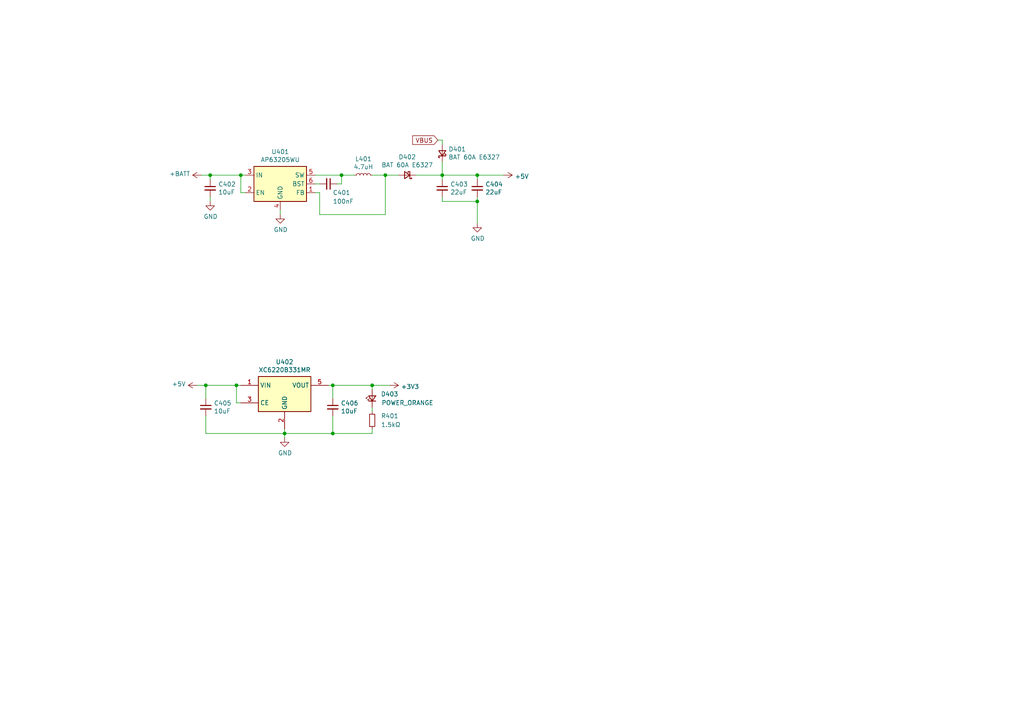
<source format=kicad_sch>
(kicad_sch (version 20230121) (generator eeschema)
  (paper "A4")
  (title_block (title "Power") (date "2021-02-13") (rev "A0.2"))
  (lib_symbols
    (symbol "Device:C_Small" (pin_numbers hide) (pin_names (offset 0.254) hide)
      (property "Reference" "C" (at 0.254 1.778 0))
      (property "Value" "C_Small" (at 0.254 -2.032 0))
      (symbol "C_Small_0_1"
        (polyline (pts (xy -1.524 -0.508) (xy 1.524 -0.508)) (stroke (width 0.3302)))
        (polyline (pts (xy -1.524 0.508) (xy 1.524 0.508)) (stroke (width 0.3048)))
      )
      (symbol "C_Small_1_1"
        (pin passive line (at 0 2.54 270) (length 2.032) (name "~") (number "1"))
        (pin passive line (at 0 -2.54 90) (length 2.032) (name "~") (number "2"))
      )
    )
    (symbol "Device:D_Schottky_Small" (pin_numbers hide) (pin_names (offset 0.254) hide)
      (property "Reference" "D" (at -1.27 2.032 0))
      (property "Value" "D_Schottky_Small" (at -7.112 -2.032 0))
      (symbol "D_Schottky_Small_0_1"
        (polyline (pts (xy -0.762 0) (xy 0.762 0)))
        (polyline (pts (xy 0.762 -1.016) (xy -0.762 0) (xy 0.762 1.016) (xy 0.762 -1.016)) (stroke (width 0.254)))
        (polyline (pts (xy -1.27 0.762) (xy -1.27 1.016) (xy -0.762 1.016) (xy -0.762 -1.016) (xy -0.254 -1.016) (xy -0.254 -0.762)) (stroke (width 0.254)))
      )
      (symbol "D_Schottky_Small_1_1"
        (pin passive line (at -2.54 0 0) (length 1.778) (name "K") (number "1"))
        (pin passive line (at 2.54 0 180) (length 1.778) (name "A") (number "2"))
      )
    )
    (symbol "Device:LED_Small" (pin_numbers hide) (pin_names (offset 0.254) hide)
      (property "Reference" "D" (at -1.27 3.175 0))
      (property "Value" "LED_Small" (at -4.445 -2.54 0))
      (symbol "LED_Small_0_1"
        (polyline (pts (xy -0.762 -1.016) (xy -0.762 1.016)) (stroke (width 0.254)))
        (polyline (pts (xy 1.016 0) (xy -0.762 0)))
        (polyline (pts (xy 0.762 -1.016) (xy -0.762 0) (xy 0.762 1.016) (xy 0.762 -1.016)) (stroke (width 0.254)))
        (polyline (pts (xy 0 0.762) (xy -0.508 1.27) (xy -0.254 1.27) (xy -0.508 1.27) (xy -0.508 1.016)))
        (polyline (pts (xy 0.508 1.27) (xy 0 1.778) (xy 0.254 1.778) (xy 0 1.778) (xy 0 1.524)))
      )
      (symbol "LED_Small_1_1"
        (pin passive line (at -2.54 0 0) (length 1.778) (name "K") (number "1"))
        (pin passive line (at 2.54 0 180) (length 1.778) (name "A") (number "2"))
      )
    )
    (symbol "Device:L_Small" (pin_numbers hide) (pin_names (offset 0.254) hide)
      (property "Reference" "L" (at 0.762 1.016 0))
      (property "Value" "L_Small" (at 0.762 -1.016 0))
      (symbol "L_Small_0_1"
        (arc (start 0 -2.032) (mid 0.5058 -1.524) (end 0 -1.016))
        (arc (start 0 -1.016) (mid 0.5058 -0.508) (end 0 0))
        (arc (start 0 0) (mid 0.5058 0.508) (end 0 1.016))
        (arc (start 0 1.016) (mid 0.5058 1.524) (end 0 2.032))
      )
      (symbol "L_Small_1_1"
        (pin passive line (at 0 2.54 270) (length 0.508) (name "~") (number "1"))
        (pin passive line (at 0 -2.54 90) (length 0.508) (name "~") (number "2"))
      )
    )
    (symbol "Device:R_Small" (pin_numbers hide) (pin_names (offset 0.254) hide)
      (property "Reference" "R" (at 0.762 0.508 0))
      (property "Value" "R_Small" (at 0.762 -1.016 0))
      (symbol "R_Small_0_1"
        (rectangle (start -0.762 1.778) (end 0.762 -1.778) (stroke (width 0.2032)))
      )
      (symbol "R_Small_1_1"
        (pin passive line (at 0 2.54 270) (length 0.762) (name "~") (number "1"))
        (pin passive line (at 0 -2.54 90) (length 0.762) (name "~") (number "2"))
      )
    )
    (symbol "MintAlpha2-rescue:+3.3V-power" (power) (pin_names (offset 0))
      (property "Value" "+3.3V-power" (at 0 3.556 0))
      (symbol "+3.3V-power_0_1"
        (polyline (pts (xy -0.762 1.27) (xy 0 2.54)))
        (polyline (pts (xy 0 0) (xy 0 2.54)))
        (polyline (pts (xy 0 2.54) (xy 0.762 1.27)))
      )
      (symbol "+3.3V-power_1_1"
        (pin power_in line (at 0 0 90) (length 0) hide (name "+3V3") (number "1"))
      )
    )
    (symbol "Regulator_Linear:XC6220B331MR"
      (property "Reference" "U" (at 0 8.89 0))
      (property "Value" "XC6220B331MR" (at 0 6.35 0))
      (symbol "XC6220B331MR_0_1"
        (rectangle (start -7.62 5.08) (end 7.62 -5.08) (stroke (width 0.254)) (fill (type background)))
      )
      (symbol "XC6220B331MR_1_1"
        (pin power_in line (at -12.7 2.54 0) (length 5.08) (name "VIN") (number "1"))
        (pin power_in line (at 0 -10.16 90) (length 5.08) (name "GND") (number "2"))
        (pin input line (at -12.7 -2.54 0) (length 5.08) (name "CE") (number "3"))
        (pin no_connect line (at 7.62 -2.54 180) (length 5.08) hide (name "NC") (number "4"))
        (pin power_out line (at 12.7 2.54 180) (length 5.08) (name "VOUT") (number "5"))
      )
    )
    (symbol "Regulator_Switching:AP63205WU"
      (property "Reference" "U" (at -7.62 6.35 0))
      (property "Value" "AP63205WU" (at 2.54 6.35 0))
      (symbol "AP63205WU_0_1"
        (rectangle (start -7.62 5.08) (end 7.62 -5.08) (stroke (width 0.254)) (fill (type background)))
      )
      (symbol "AP63205WU_1_1"
        (pin input line (at 10.16 -2.54 180) (length 2.54) (name "FB") (number "1"))
        (pin input line (at -10.16 -2.54 0) (length 2.54) (name "EN") (number "2"))
        (pin power_in line (at -10.16 2.54 0) (length 2.54) (name "IN") (number "3"))
        (pin power_in line (at 0 -7.62 90) (length 2.54) (name "GND") (number "4"))
        (pin output line (at 10.16 2.54 180) (length 2.54) (name "SW") (number "5"))
        (pin passive line (at 10.16 0 180) (length 2.54) (name "BST") (number "6"))
      )
    )
    (symbol "power:+5V" (power) (pin_names (offset 0))
      (property "Value" "+5V" (at 0 3.556 0))
      (symbol "+5V_0_1"
        (polyline (pts (xy -0.762 1.27) (xy 0 2.54)))
        (polyline (pts (xy 0 0) (xy 0 2.54)))
        (polyline (pts (xy 0 2.54) (xy 0.762 1.27)))
      )
      (symbol "+5V_1_1"
        (pin power_in line (at 0 0 90) (length 0) hide (name "+5V") (number "1"))
      )
    )
    (symbol "power:+BATT" (power) (pin_names (offset 0))
      (property "Value" "+BATT" (at 0 3.556 0))
      (symbol "+BATT_0_1"
        (polyline (pts (xy -0.762 1.27) (xy 0 2.54)))
        (polyline (pts (xy 0 0) (xy 0 2.54)))
        (polyline (pts (xy 0 2.54) (xy 0.762 1.27)))
      )
      (symbol "+BATT_1_1"
        (pin power_in line (at 0 0 90) (length 0) hide (name "+BATT") (number "1"))
      )
    )
    (symbol "power:GND" (power) (pin_names (offset 0))
      (property "Value" "GND" (at 0 -3.81 0))
      (symbol "GND_0_1"
        (polyline (pts (xy 0 0) (xy 0 -1.27) (xy 1.27 -1.27) (xy 0 -2.54) (xy -1.27 -1.27) (xy 0 -1.27)))
      )
      (symbol "GND_1_1"
        (pin power_in line (at 0 0 270) (length 0) hide (name "GND") (number "1"))
      )
    )
  )
  (junction (at 60.96 50.8))
  (junction (at 107.95 111.76))
  (junction (at 59.69 111.76))
  (junction (at 99.06 50.8))
  (junction (at 96.52 111.76))
  (junction (at 68.58 111.76))
  (junction (at 69.85 50.8))
  (junction (at 138.43 50.8))
  (junction (at 111.76 50.8))
  (junction (at 138.43 58.42))
  (junction (at 82.55 125.73))
  (junction (at 128.27 50.8))
  (junction (at 96.52 125.73))
  (wire (pts (xy 128.27 58.42) (xy 138.43 58.42)))
  (wire (pts (xy 59.69 111.76) (xy 57.15 111.76)))
  (wire (pts (xy 81.28 62.23) (xy 81.28 60.96)))
  (wire (pts (xy 59.69 111.76) (xy 59.69 115.57)))
  (wire (pts (xy 69.85 50.8) (xy 71.12 50.8)))
  (wire (pts (xy 107.95 125.73) (xy 96.52 125.73)))
  (wire (pts (xy 60.96 58.42) (xy 60.96 57.15)))
  (wire (pts (xy 107.95 124.46) (xy 107.95 125.73)))
  (wire (pts (xy 96.52 111.76) (xy 107.95 111.76)))
  (wire (pts (xy 107.95 50.8) (xy 111.76 50.8)))
  (wire (pts (xy 120.65 50.8) (xy 128.27 50.8)))
  (wire (pts (xy 128.27 40.64) (xy 128.27 41.91)))
  (wire (pts (xy 68.58 116.84) (xy 68.58 111.76)))
  (wire (pts (xy 91.44 50.8) (xy 99.06 50.8)))
  (wire (pts (xy 82.55 125.73) (xy 96.52 125.73)))
  (wire (pts (xy 96.52 120.65) (xy 96.52 125.73)))
  (wire (pts (xy 128.27 46.99) (xy 128.27 50.8)))
  (wire (pts (xy 146.05 50.8) (xy 138.43 50.8)))
  (wire (pts (xy 58.42 50.8) (xy 60.96 50.8)))
  (wire (pts (xy 128.27 50.8) (xy 138.43 50.8)))
  (wire (pts (xy 128.27 52.07) (xy 128.27 50.8)))
  (wire (pts (xy 82.55 127) (xy 82.55 125.73)))
  (wire (pts (xy 138.43 50.8) (xy 138.43 52.07)))
  (wire (pts (xy 59.69 120.65) (xy 59.69 125.73)))
  (wire (pts (xy 128.27 57.15) (xy 128.27 58.42)))
  (wire (pts (xy 59.69 111.76) (xy 68.58 111.76)))
  (wire (pts (xy 60.96 50.8) (xy 69.85 50.8)))
  (wire (pts (xy 82.55 124.46) (xy 82.55 125.73)))
  (wire (pts (xy 107.95 113.03) (xy 107.95 111.76)))
  (wire (pts (xy 99.06 50.8) (xy 102.87 50.8)))
  (wire (pts (xy 99.06 53.34) (xy 99.06 50.8)))
  (wire (pts (xy 71.12 55.88) (xy 69.85 55.88)))
  (wire (pts (xy 97.79 53.34) (xy 99.06 53.34)))
  (wire (pts (xy 69.85 116.84) (xy 68.58 116.84)))
  (wire (pts (xy 95.25 111.76) (xy 96.52 111.76)))
  (wire (pts (xy 107.95 111.76) (xy 113.03 111.76)))
  (wire (pts (xy 91.44 55.88) (xy 92.71 55.88)))
  (wire (pts (xy 92.71 53.34) (xy 91.44 53.34)))
  (wire (pts (xy 92.71 55.88) (xy 92.71 62.23)))
  (wire (pts (xy 96.52 111.76) (xy 96.52 115.57)))
  (wire (pts (xy 68.58 111.76) (xy 69.85 111.76)))
  (wire (pts (xy 138.43 58.42) (xy 138.43 64.77)))
  (wire (pts (xy 92.71 62.23) (xy 111.76 62.23)))
  (wire (pts (xy 107.95 118.11) (xy 107.95 119.38)))
  (wire (pts (xy 138.43 58.42) (xy 138.43 57.15)))
  (wire (pts (xy 69.85 55.88) (xy 69.85 50.8)))
  (wire (pts (xy 59.69 125.73) (xy 82.55 125.73)))
  (wire (pts (xy 111.76 62.23) (xy 111.76 50.8)))
  (wire (pts (xy 60.96 52.07) (xy 60.96 50.8)))
  (wire (pts (xy 111.76 50.8) (xy 115.57 50.8)))
  (wire (pts (xy 127 40.64) (xy 128.27 40.64)))
  (global_label "VBUS" (shape input) (at 127 40.64 180) (property "Intersheetrefs" "${INTERSHEET_REFS}" (effects hide)))
  (symbol (lib_id "Device:C_Small") (at 60.96 54.61 0) (unit 1)
    (property "Reference" "C402" (at 63.2968 53.4416 0) (effects (justify left)))
    (property "Value" "10uF" (at 63.2968 55.753 0) (effects (justify left)))
    (property "Footprint" "Capacitor_SMD:C_1206_3216Metric" (effects hide))
    (property "Part No." "UMK316BBJ106KL-T" (effects hide))
    (property "Desc." "Alt. GRT31CR61H106ME01L" (effects hide))
  )
  (symbol (lib_id "power:GND") (at 60.96 58.42 0) (unit 1)
    (property "Reference" "#PWR0403" (effects hide))
    (property "Value" "GND" (at 61.087 62.8142 0))
  )
  (symbol (lib_id "power:GND") (at 81.28 62.23 0) (unit 1)
    (property "Reference" "#PWR0404" (effects hide))
    (property "Value" "GND" (at 81.407 66.6242 0))
  )
  (symbol (lib_id "Device:L_Small") (at 105.41 50.8 90) (unit 1)
    (property "Reference" "L401" (at 105.41 46.101 90))
    (property "Value" "4.7uH" (at 105.41 48.4124 90))
    (property "Footprint" "MintFoorprints:L_Taiyo-Yuden_NR-50xx" (effects hide))
    (property "Part No." "NRS5030T4R7MMGJ" (effects hide))
  )
  (symbol (lib_id "Device:C_Small") (at 95.25 53.34 270) (unit 1)
    (property "Reference" "C401" (at 96.52 55.88 90) (effects (justify left)))
    (property "Value" "100nF" (at 96.52 58.42 90) (effects (justify left)))
    (property "Footprint" "Capacitor_SMD:C_0402_1005Metric" (effects hide))
    (property "Part No." "C0402C104K4RAC7411" (effects hide))
  )
  (symbol (lib_id "Device:C_Small") (at 128.27 54.61 0) (unit 1)
    (property "Reference" "C403" (at 130.6068 53.4416 0) (effects (justify left)))
    (property "Value" "22uF" (at 130.6068 55.753 0) (effects (justify left)))
    (property "Footprint" "Capacitor_SMD:C_0805_2012Metric" (effects hide))
    (property "Part No." "GRM21BR61A226ME51L" (effects hide))
  )
  (symbol (lib_id "Device:C_Small") (at 138.43 54.61 0) (unit 1)
    (property "Reference" "C404" (at 140.7668 53.4416 0) (effects (justify left)))
    (property "Value" "22uF" (at 140.7668 55.753 0) (effects (justify left)))
    (property "Footprint" "Capacitor_SMD:C_0805_2012Metric" (effects hide))
    (property "Part No." "GRM21BR61A226ME51L" (effects hide))
  )
  (symbol (lib_id "power:GND") (at 138.43 64.77 0) (unit 1)
    (property "Reference" "#PWR0405" (effects hide))
    (property "Value" "GND" (at 138.557 69.1642 0))
  )
  (symbol (lib_id "power:+5V") (at 146.05 50.8 270) (unit 1)
    (property "Reference" "#PWR0402" (effects hide))
    (property "Value" "+5V" (at 149.3012 51.181 90) (effects (justify left)))
  )
  (symbol (lib_id "Device:C_Small") (at 59.69 118.11 0) (unit 1)
    (property "Reference" "C405" (at 62.0268 116.9416 0) (effects (justify left)))
    (property "Value" "10uF" (at 62.0268 119.253 0) (effects (justify left)))
    (property "Footprint" "Capacitor_SMD:C_0805_2012Metric" (effects hide))
    (property "Part No." "GRM21BR61C106KE15K" (effects hide))
  )
  (symbol (lib_id "Device:C_Small") (at 96.52 118.11 0) (unit 1)
    (property "Reference" "C406" (at 98.8568 116.9416 0) (effects (justify left)))
    (property "Value" "10uF" (at 98.8568 119.253 0) (effects (justify left)))
    (property "Footprint" "Capacitor_SMD:C_0805_2012Metric" (effects hide))
    (property "Part No." "GRM21BR61C106KE15K" (effects hide))
  )
  (symbol (lib_id "power:GND") (at 82.55 127 0) (unit 1)
    (property "Reference" "#PWR0408" (effects hide))
    (property "Value" "GND" (at 82.677 131.3942 0))
  )
  (symbol (lib_id "power:+5V") (at 57.15 111.76 90) (unit 1)
    (property "Reference" "#PWR0406" (effects hide))
    (property "Value" "+5V" (at 53.8988 111.379 90) (effects (justify left)))
  )
  (symbol (lib_id "MintAlpha2-rescue:+3.3V-power") (at 113.03 111.76 270) (unit 1)
    (property "Reference" "#PWR0407" (effects hide))
    (property "Value" "+3.3V" (at 116.2812 112.141 90) (effects (justify left)))
  )
  (symbol (lib_id "Device:D_Schottky_Small") (at 128.27 44.45 90) (unit 1)
    (property "Reference" "D401" (at 130.048 43.2816 90) (effects (justify right)))
    (property "Value" "BAT 60A E6327" (at 130.048 45.593 90) (effects (justify right)))
    (property "Footprint" "Diode_SMD:D_SOD-323" (effects hide))
    (property "Part No." "BAT 60A E6327" (effects hide))
  )
  (symbol (lib_id "Device:D_Schottky_Small") (at 118.11 50.8 180) (unit 1)
    (property "Reference" "D402" (at 118.11 45.5422 0))
    (property "Value" "BAT 60A E6327" (at 118.11 47.8536 0))
    (property "Footprint" "Diode_SMD:D_SOD-323" (effects hide))
    (property "Part No." "BAT 60A E6327" (effects hide))
  )
  (symbol (lib_id "Regulator_Switching:AP63205WU") (at 81.28 53.34 0) (unit 1)
    (property "Reference" "U401" (at 81.28 44.0182 0))
    (property "Value" "AP63205WU" (at 81.28 46.3296 0))
    (property "Footprint" "Package_TO_SOT_SMD:TSOT-23-6" (effects hide))
    (property "Datasheet" "https://www.diodes.com/assets/Datasheets/AP63200-AP63201-AP63203-AP63205.pdf" (effects hide))
  )
  (symbol (lib_id "Device:LED_Small") (at 107.95 115.57 90) (unit 1)
    (property "Reference" "D403" (at 115.57 114.3 90) (effects (justify left)))
    (property "Value" "POWER_ORANGE" (at 125.73 116.84 90) (effects (justify left)))
    (property "Footprint" "LED_SMD:LED_0603_1608Metric" (effects hide))
    (property "Part No." "KO DELLS1.22-KHLI-24" (effects hide))
  )
  (symbol (lib_id "Device:R_Small") (at 107.95 121.92 0) (unit 1)
    (property "Reference" "R401" (at 110.49 120.65 0) (effects (justify left)))
    (property "Value" "1.5kΩ" (at 110.49 123.19 0) (effects (justify left)))
    (property "Footprint" "Resistor_SMD:R_0402_1005Metric" (effects hide))
    (property "Part No." "RC0402FR-071K5L" (effects hide))
  )
  (symbol (lib_id "Regulator_Linear:XC6220B331MR") (at 82.55 114.3 0) (unit 1)
    (property "Reference" "U402" (at 82.55 104.9782 0))
    (property "Value" "XC6220B331MR" (at 82.55 107.2896 0))
    (property "Footprint" "Package_TO_SOT_SMD:SOT-23-5" (effects hide))
    (property "Datasheet" "https://www.torexsemi.com/file/xc6220/XC6220.pdf" (effects hide))
  )
  (symbol (lib_id "power:+BATT") (at 58.42 50.8 90) (unit 1)
    (property "Reference" "#PWR0103" (effects hide))
    (property "Value" "+BATT" (at 55.1942 50.419 90) (effects (justify left)))
  )
)
</source>
